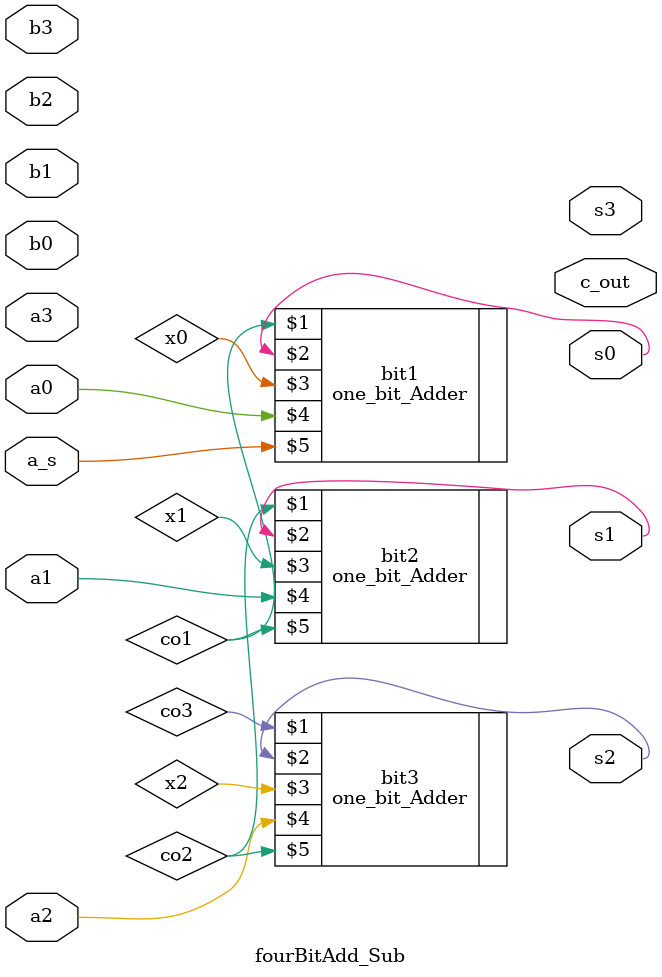
<source format=v>
module fourBitAdd_Sub(b0, b1, b2, b3, a0, a1, a2, a3, a_s, s0, s1, s2, s3, c_out);

input b0, b1, b2, b3, a0, a1, a2, a3, a_s;
output s0, s1, s2, s3, c_out;

wire w0, w1, w2, w3, co1, co2, co3;

xor x0(w0, b0, a_s);
xor x1(w1, b1, a_s);
xor x2(w2, b2, a_s);
xor x3(w3, b3, a_s);

one_bit_Adder bit1(co1, s0, x0, a0, a_s);
one_bit_Adder bit2(co2, s1, x1, a1, co1);
one_bit_Adder bit3(co3, s2, x2, a2, co2);

endmodule

</source>
